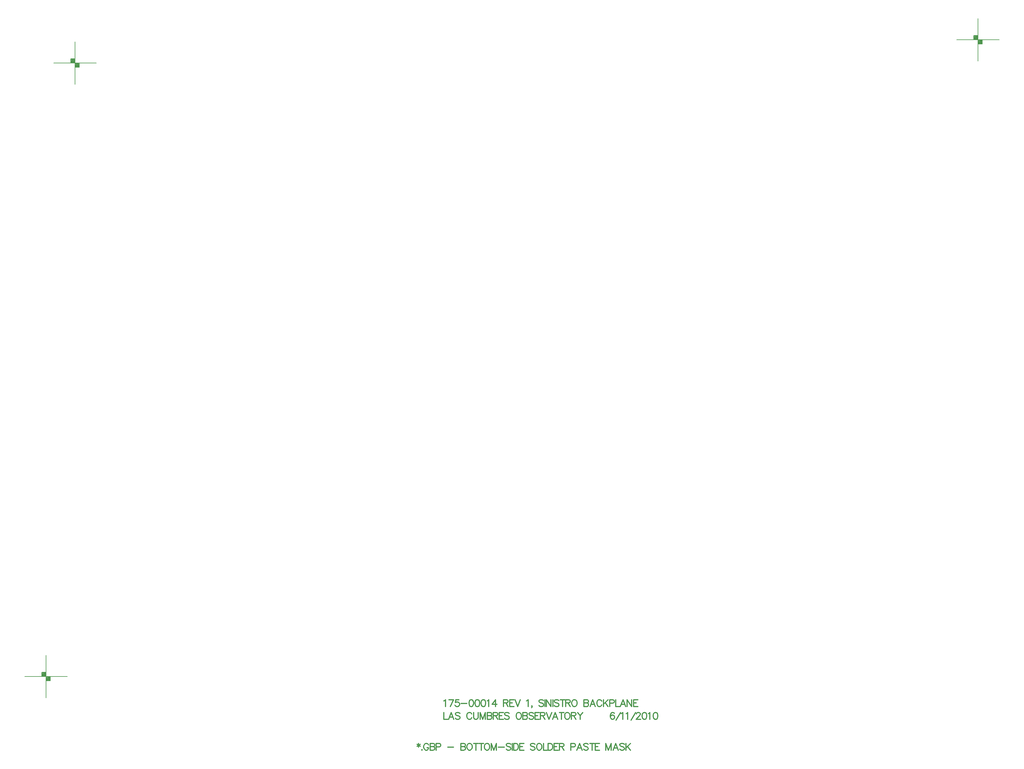
<source format=gbp>
%FSLAX23Y23*%
%MOIN*%
G70*
G01*
G75*
G04 Layer_Color=128*
%ADD10R,0.050X0.050*%
%ADD11R,0.078X0.048*%
%ADD12R,0.050X0.050*%
%ADD13R,0.135X0.070*%
%ADD14R,0.037X0.035*%
%ADD15R,0.037X0.035*%
%ADD16R,0.100X0.100*%
%ADD17R,0.067X0.067*%
%ADD18O,0.028X0.018*%
%ADD19O,0.098X0.028*%
%ADD20R,0.094X0.130*%
%ADD21R,0.709X0.020*%
%ADD22R,0.016X0.085*%
%ADD23R,0.070X0.135*%
%ADD24C,0.030*%
%ADD25C,0.010*%
%ADD26C,0.020*%
%ADD27C,0.012*%
%ADD28C,0.008*%
%ADD29C,0.012*%
%ADD30C,0.012*%
%ADD31C,0.059*%
%ADD32R,0.059X0.059*%
%ADD33C,0.055*%
%ADD34C,0.134*%
%ADD35C,0.050*%
G04:AMPARAMS|DCode=36|XSize=90mil|YSize=110mil|CornerRadius=0mil|HoleSize=0mil|Usage=FLASHONLY|Rotation=162.000|XOffset=0mil|YOffset=0mil|HoleType=Round|Shape=Round|*
%AMOVALD36*
21,1,0.020,0.090,0.000,0.000,252.0*
1,1,0.090,0.003,0.010*
1,1,0.090,-0.003,-0.010*
%
%ADD36OVALD36*%

G04:AMPARAMS|DCode=37|XSize=90mil|YSize=110mil|CornerRadius=0mil|HoleSize=0mil|Usage=FLASHONLY|Rotation=144.000|XOffset=0mil|YOffset=0mil|HoleType=Round|Shape=Round|*
%AMOVALD37*
21,1,0.020,0.090,0.000,0.000,234.0*
1,1,0.090,0.006,0.008*
1,1,0.090,-0.006,-0.008*
%
%ADD37OVALD37*%

G04:AMPARAMS|DCode=38|XSize=90mil|YSize=110mil|CornerRadius=0mil|HoleSize=0mil|Usage=FLASHONLY|Rotation=126.000|XOffset=0mil|YOffset=0mil|HoleType=Round|Shape=Round|*
%AMOVALD38*
21,1,0.020,0.090,0.000,0.000,216.0*
1,1,0.090,0.008,0.006*
1,1,0.090,-0.008,-0.006*
%
%ADD38OVALD38*%

G04:AMPARAMS|DCode=39|XSize=90mil|YSize=110mil|CornerRadius=0mil|HoleSize=0mil|Usage=FLASHONLY|Rotation=108.000|XOffset=0mil|YOffset=0mil|HoleType=Round|Shape=Round|*
%AMOVALD39*
21,1,0.020,0.090,0.000,0.000,198.0*
1,1,0.090,0.010,0.003*
1,1,0.090,-0.010,-0.003*
%
%ADD39OVALD39*%

%ADD40O,0.110X0.090*%
G04:AMPARAMS|DCode=41|XSize=90mil|YSize=110mil|CornerRadius=0mil|HoleSize=0mil|Usage=FLASHONLY|Rotation=72.000|XOffset=0mil|YOffset=0mil|HoleType=Round|Shape=Round|*
%AMOVALD41*
21,1,0.020,0.090,0.000,0.000,162.0*
1,1,0.090,0.010,-0.003*
1,1,0.090,-0.010,0.003*
%
%ADD41OVALD41*%

G04:AMPARAMS|DCode=42|XSize=90mil|YSize=110mil|CornerRadius=0mil|HoleSize=0mil|Usage=FLASHONLY|Rotation=54.000|XOffset=0mil|YOffset=0mil|HoleType=Round|Shape=Round|*
%AMOVALD42*
21,1,0.020,0.090,0.000,0.000,144.0*
1,1,0.090,0.008,-0.006*
1,1,0.090,-0.008,0.006*
%
%ADD42OVALD42*%

G04:AMPARAMS|DCode=43|XSize=90mil|YSize=110mil|CornerRadius=0mil|HoleSize=0mil|Usage=FLASHONLY|Rotation=36.000|XOffset=0mil|YOffset=0mil|HoleType=Round|Shape=Round|*
%AMOVALD43*
21,1,0.020,0.090,0.000,0.000,126.0*
1,1,0.090,0.006,-0.008*
1,1,0.090,-0.006,0.008*
%
%ADD43OVALD43*%

G04:AMPARAMS|DCode=44|XSize=90mil|YSize=110mil|CornerRadius=0mil|HoleSize=0mil|Usage=FLASHONLY|Rotation=18.000|XOffset=0mil|YOffset=0mil|HoleType=Round|Shape=Round|*
%AMOVALD44*
21,1,0.020,0.090,0.000,0.000,108.0*
1,1,0.090,0.003,-0.010*
1,1,0.090,-0.003,0.010*
%
%ADD44OVALD44*%

%ADD45O,0.090X0.110*%
G04:AMPARAMS|DCode=46|XSize=90mil|YSize=110mil|CornerRadius=0mil|HoleSize=0mil|Usage=FLASHONLY|Rotation=152.304|XOffset=0mil|YOffset=0mil|HoleType=Round|Shape=Round|*
%AMOVALD46*
21,1,0.020,0.090,0.000,0.000,242.3*
1,1,0.090,0.005,0.009*
1,1,0.090,-0.005,-0.009*
%
%ADD46OVALD46*%

G04:AMPARAMS|DCode=47|XSize=90mil|YSize=110mil|CornerRadius=0mil|HoleSize=0mil|Usage=FLASHONLY|Rotation=124.612|XOffset=0mil|YOffset=0mil|HoleType=Round|Shape=Round|*
%AMOVALD47*
21,1,0.020,0.090,0.000,0.000,214.6*
1,1,0.090,0.008,0.006*
1,1,0.090,-0.008,-0.006*
%
%ADD47OVALD47*%

G04:AMPARAMS|DCode=48|XSize=90mil|YSize=110mil|CornerRadius=0mil|HoleSize=0mil|Usage=FLASHONLY|Rotation=96.920|XOffset=0mil|YOffset=0mil|HoleType=Round|Shape=Round|*
%AMOVALD48*
21,1,0.020,0.090,0.000,0.000,186.9*
1,1,0.090,0.010,0.001*
1,1,0.090,-0.010,-0.001*
%
%ADD48OVALD48*%

G04:AMPARAMS|DCode=49|XSize=90mil|YSize=110mil|CornerRadius=0mil|HoleSize=0mil|Usage=FLASHONLY|Rotation=69.228|XOffset=0mil|YOffset=0mil|HoleType=Round|Shape=Round|*
%AMOVALD49*
21,1,0.020,0.090,0.000,0.000,159.2*
1,1,0.090,0.009,-0.004*
1,1,0.090,-0.009,0.004*
%
%ADD49OVALD49*%

G04:AMPARAMS|DCode=50|XSize=90mil|YSize=110mil|CornerRadius=0mil|HoleSize=0mil|Usage=FLASHONLY|Rotation=41.536|XOffset=0mil|YOffset=0mil|HoleType=Round|Shape=Round|*
%AMOVALD50*
21,1,0.020,0.090,0.000,0.000,131.5*
1,1,0.090,0.007,-0.007*
1,1,0.090,-0.007,0.007*
%
%ADD50OVALD50*%

G04:AMPARAMS|DCode=51|XSize=90mil|YSize=110mil|CornerRadius=0mil|HoleSize=0mil|Usage=FLASHONLY|Rotation=13.844|XOffset=0mil|YOffset=0mil|HoleType=Round|Shape=Round|*
%AMOVALD51*
21,1,0.020,0.090,0.000,0.000,103.8*
1,1,0.090,0.002,-0.010*
1,1,0.090,-0.002,0.010*
%
%ADD51OVALD51*%

G04:AMPARAMS|DCode=52|XSize=90mil|YSize=110mil|CornerRadius=0mil|HoleSize=0mil|Usage=FLASHONLY|Rotation=346.152|XOffset=0mil|YOffset=0mil|HoleType=Round|Shape=Round|*
%AMOVALD52*
21,1,0.020,0.090,0.000,0.000,76.2*
1,1,0.090,-0.002,-0.010*
1,1,0.090,0.002,0.010*
%
%ADD52OVALD52*%

G04:AMPARAMS|DCode=53|XSize=90mil|YSize=110mil|CornerRadius=0mil|HoleSize=0mil|Usage=FLASHONLY|Rotation=318.460|XOffset=0mil|YOffset=0mil|HoleType=Round|Shape=Round|*
%AMOVALD53*
21,1,0.020,0.090,0.000,0.000,48.5*
1,1,0.090,-0.007,-0.007*
1,1,0.090,0.007,0.007*
%
%ADD53OVALD53*%

G04:AMPARAMS|DCode=54|XSize=90mil|YSize=110mil|CornerRadius=0mil|HoleSize=0mil|Usage=FLASHONLY|Rotation=290.768|XOffset=0mil|YOffset=0mil|HoleType=Round|Shape=Round|*
%AMOVALD54*
21,1,0.020,0.090,0.000,0.000,20.8*
1,1,0.090,-0.009,-0.004*
1,1,0.090,0.009,0.004*
%
%ADD54OVALD54*%

G04:AMPARAMS|DCode=55|XSize=90mil|YSize=110mil|CornerRadius=0mil|HoleSize=0mil|Usage=FLASHONLY|Rotation=263.076|XOffset=0mil|YOffset=0mil|HoleType=Round|Shape=Round|*
%AMOVALD55*
21,1,0.020,0.090,0.000,0.000,353.1*
1,1,0.090,-0.010,0.001*
1,1,0.090,0.010,-0.001*
%
%ADD55OVALD55*%

G04:AMPARAMS|DCode=56|XSize=90mil|YSize=110mil|CornerRadius=0mil|HoleSize=0mil|Usage=FLASHONLY|Rotation=235.384|XOffset=0mil|YOffset=0mil|HoleType=Round|Shape=Round|*
%AMOVALD56*
21,1,0.020,0.090,0.000,0.000,325.4*
1,1,0.090,-0.008,0.006*
1,1,0.090,0.008,-0.006*
%
%ADD56OVALD56*%

G04:AMPARAMS|DCode=57|XSize=90mil|YSize=110mil|CornerRadius=0mil|HoleSize=0mil|Usage=FLASHONLY|Rotation=207.692|XOffset=0mil|YOffset=0mil|HoleType=Round|Shape=Round|*
%AMOVALD57*
21,1,0.020,0.090,0.000,0.000,297.7*
1,1,0.090,-0.005,0.009*
1,1,0.090,0.005,-0.009*
%
%ADD57OVALD57*%

G04:AMPARAMS|DCode=58|XSize=90mil|YSize=110mil|CornerRadius=0mil|HoleSize=0mil|Usage=FLASHONLY|Rotation=128.568|XOffset=0mil|YOffset=0mil|HoleType=Round|Shape=Round|*
%AMOVALD58*
21,1,0.020,0.090,0.000,0.000,218.6*
1,1,0.090,0.008,0.006*
1,1,0.090,-0.008,-0.006*
%
%ADD58OVALD58*%

G04:AMPARAMS|DCode=59|XSize=90mil|YSize=110mil|CornerRadius=0mil|HoleSize=0mil|Usage=FLASHONLY|Rotation=77.140|XOffset=0mil|YOffset=0mil|HoleType=Round|Shape=Round|*
%AMOVALD59*
21,1,0.020,0.090,0.000,0.000,167.1*
1,1,0.090,0.010,-0.002*
1,1,0.090,-0.010,0.002*
%
%ADD59OVALD59*%

G04:AMPARAMS|DCode=60|XSize=90mil|YSize=110mil|CornerRadius=0mil|HoleSize=0mil|Usage=FLASHONLY|Rotation=25.712|XOffset=0mil|YOffset=0mil|HoleType=Round|Shape=Round|*
%AMOVALD60*
21,1,0.020,0.090,0.000,0.000,115.7*
1,1,0.090,0.004,-0.009*
1,1,0.090,-0.004,0.009*
%
%ADD60OVALD60*%

G04:AMPARAMS|DCode=61|XSize=90mil|YSize=110mil|CornerRadius=0mil|HoleSize=0mil|Usage=FLASHONLY|Rotation=334.284|XOffset=0mil|YOffset=0mil|HoleType=Round|Shape=Round|*
%AMOVALD61*
21,1,0.020,0.090,0.000,0.000,64.3*
1,1,0.090,-0.004,-0.009*
1,1,0.090,0.004,0.009*
%
%ADD61OVALD61*%

G04:AMPARAMS|DCode=62|XSize=90mil|YSize=110mil|CornerRadius=0mil|HoleSize=0mil|Usage=FLASHONLY|Rotation=282.856|XOffset=0mil|YOffset=0mil|HoleType=Round|Shape=Round|*
%AMOVALD62*
21,1,0.020,0.090,0.000,0.000,12.9*
1,1,0.090,-0.010,-0.002*
1,1,0.090,0.010,0.002*
%
%ADD62OVALD62*%

G04:AMPARAMS|DCode=63|XSize=90mil|YSize=110mil|CornerRadius=0mil|HoleSize=0mil|Usage=FLASHONLY|Rotation=231.428|XOffset=0mil|YOffset=0mil|HoleType=Round|Shape=Round|*
%AMOVALD63*
21,1,0.020,0.090,0.000,0.000,321.4*
1,1,0.090,-0.008,0.006*
1,1,0.090,0.008,-0.006*
%
%ADD63OVALD63*%

%ADD64C,0.024*%
%ADD65C,0.028*%
%ADD66C,0.040*%
%ADD67C,0.075*%
%ADD68C,0.068*%
G04:AMPARAMS|DCode=69|XSize=87.559mil|YSize=87.559mil|CornerRadius=0mil|HoleSize=0mil|Usage=FLASHONLY|Rotation=0.000|XOffset=0mil|YOffset=0mil|HoleType=Round|Shape=Relief|Width=10mil|Gap=10mil|Entries=4|*
%AMTHD69*
7,0,0,0.088,0.068,0.010,45*
%
%ADD69THD69*%
%ADD70C,0.073*%
G04:AMPARAMS|DCode=71|XSize=93.465mil|YSize=93.465mil|CornerRadius=0mil|HoleSize=0mil|Usage=FLASHONLY|Rotation=0.000|XOffset=0mil|YOffset=0mil|HoleType=Round|Shape=Relief|Width=10mil|Gap=10mil|Entries=4|*
%AMTHD71*
7,0,0,0.093,0.073,0.010,45*
%
%ADD71THD71*%
G04:AMPARAMS|DCode=72|XSize=95.433mil|YSize=95.433mil|CornerRadius=0mil|HoleSize=0mil|Usage=FLASHONLY|Rotation=0.000|XOffset=0mil|YOffset=0mil|HoleType=Round|Shape=Relief|Width=10mil|Gap=10mil|Entries=4|*
%AMTHD72*
7,0,0,0.095,0.075,0.010,45*
%
%ADD72THD72*%
%ADD73C,0.071*%
%ADD74C,0.174*%
%ADD75C,0.065*%
G04:AMPARAMS|DCode=76|XSize=85mil|YSize=85mil|CornerRadius=0mil|HoleSize=0mil|Usage=FLASHONLY|Rotation=0.000|XOffset=0mil|YOffset=0mil|HoleType=Round|Shape=Relief|Width=10mil|Gap=10mil|Entries=4|*
%AMTHD76*
7,0,0,0.085,0.065,0.010,45*
%
%ADD76THD76*%
%ADD77C,0.110*%
G04:AMPARAMS|DCode=78|XSize=130mil|YSize=130mil|CornerRadius=0mil|HoleSize=0mil|Usage=FLASHONLY|Rotation=0.000|XOffset=0mil|YOffset=0mil|HoleType=Round|Shape=Relief|Width=10mil|Gap=10mil|Entries=4|*
%AMTHD78*
7,0,0,0.130,0.110,0.010,45*
%
%ADD78THD78*%
%ADD79C,0.053*%
G04:AMPARAMS|DCode=80|XSize=70mil|YSize=70mil|CornerRadius=0mil|HoleSize=0mil|Usage=FLASHONLY|Rotation=0.000|XOffset=0mil|YOffset=0mil|HoleType=Round|Shape=Relief|Width=10mil|Gap=10mil|Entries=4|*
%AMTHD80*
7,0,0,0.070,0.050,0.010,45*
%
%ADD80THD80*%
G04:AMPARAMS|DCode=81|XSize=73mil|YSize=73mil|CornerRadius=0mil|HoleSize=0mil|Usage=FLASHONLY|Rotation=0.000|XOffset=0mil|YOffset=0mil|HoleType=Round|Shape=Relief|Width=10mil|Gap=10mil|Entries=4|*
%AMTHD81*
7,0,0,0.073,0.053,0.010,45*
%
%ADD81THD81*%
%ADD82C,0.010*%
%ADD83C,0.010*%
%ADD84C,0.006*%
%ADD85C,0.007*%
%ADD86C,0.008*%
%ADD87R,1.096X0.079*%
%ADD88R,1.496X0.079*%
%ADD89R,0.257X0.178*%
%ADD90R,0.058X0.058*%
%ADD91R,0.086X0.056*%
%ADD92R,0.058X0.058*%
%ADD93R,0.143X0.078*%
%ADD94R,0.045X0.043*%
%ADD95R,0.045X0.043*%
%ADD96R,0.108X0.108*%
%ADD97R,0.075X0.075*%
%ADD98O,0.036X0.026*%
%ADD99O,0.106X0.036*%
%ADD100R,0.102X0.138*%
%ADD101R,0.717X0.028*%
%ADD102R,0.024X0.093*%
%ADD103R,0.078X0.143*%
%ADD104C,0.067*%
%ADD105R,0.067X0.067*%
%ADD106C,0.063*%
%ADD107C,0.142*%
G04:AMPARAMS|DCode=108|XSize=98mil|YSize=118mil|CornerRadius=0mil|HoleSize=0mil|Usage=FLASHONLY|Rotation=162.000|XOffset=0mil|YOffset=0mil|HoleType=Round|Shape=Round|*
%AMOVALD108*
21,1,0.020,0.098,0.000,0.000,252.0*
1,1,0.098,0.003,0.010*
1,1,0.098,-0.003,-0.010*
%
%ADD108OVALD108*%

G04:AMPARAMS|DCode=109|XSize=98mil|YSize=118mil|CornerRadius=0mil|HoleSize=0mil|Usage=FLASHONLY|Rotation=144.000|XOffset=0mil|YOffset=0mil|HoleType=Round|Shape=Round|*
%AMOVALD109*
21,1,0.020,0.098,0.000,0.000,234.0*
1,1,0.098,0.006,0.008*
1,1,0.098,-0.006,-0.008*
%
%ADD109OVALD109*%

G04:AMPARAMS|DCode=110|XSize=98mil|YSize=118mil|CornerRadius=0mil|HoleSize=0mil|Usage=FLASHONLY|Rotation=126.000|XOffset=0mil|YOffset=0mil|HoleType=Round|Shape=Round|*
%AMOVALD110*
21,1,0.020,0.098,0.000,0.000,216.0*
1,1,0.098,0.008,0.006*
1,1,0.098,-0.008,-0.006*
%
%ADD110OVALD110*%

G04:AMPARAMS|DCode=111|XSize=98mil|YSize=118mil|CornerRadius=0mil|HoleSize=0mil|Usage=FLASHONLY|Rotation=108.000|XOffset=0mil|YOffset=0mil|HoleType=Round|Shape=Round|*
%AMOVALD111*
21,1,0.020,0.098,0.000,0.000,198.0*
1,1,0.098,0.010,0.003*
1,1,0.098,-0.010,-0.003*
%
%ADD111OVALD111*%

%ADD112O,0.118X0.098*%
G04:AMPARAMS|DCode=113|XSize=98mil|YSize=118mil|CornerRadius=0mil|HoleSize=0mil|Usage=FLASHONLY|Rotation=72.000|XOffset=0mil|YOffset=0mil|HoleType=Round|Shape=Round|*
%AMOVALD113*
21,1,0.020,0.098,0.000,0.000,162.0*
1,1,0.098,0.010,-0.003*
1,1,0.098,-0.010,0.003*
%
%ADD113OVALD113*%

G04:AMPARAMS|DCode=114|XSize=98mil|YSize=118mil|CornerRadius=0mil|HoleSize=0mil|Usage=FLASHONLY|Rotation=54.000|XOffset=0mil|YOffset=0mil|HoleType=Round|Shape=Round|*
%AMOVALD114*
21,1,0.020,0.098,0.000,0.000,144.0*
1,1,0.098,0.008,-0.006*
1,1,0.098,-0.008,0.006*
%
%ADD114OVALD114*%

G04:AMPARAMS|DCode=115|XSize=98mil|YSize=118mil|CornerRadius=0mil|HoleSize=0mil|Usage=FLASHONLY|Rotation=36.000|XOffset=0mil|YOffset=0mil|HoleType=Round|Shape=Round|*
%AMOVALD115*
21,1,0.020,0.098,0.000,0.000,126.0*
1,1,0.098,0.006,-0.008*
1,1,0.098,-0.006,0.008*
%
%ADD115OVALD115*%

G04:AMPARAMS|DCode=116|XSize=98mil|YSize=118mil|CornerRadius=0mil|HoleSize=0mil|Usage=FLASHONLY|Rotation=18.000|XOffset=0mil|YOffset=0mil|HoleType=Round|Shape=Round|*
%AMOVALD116*
21,1,0.020,0.098,0.000,0.000,108.0*
1,1,0.098,0.003,-0.010*
1,1,0.098,-0.003,0.010*
%
%ADD116OVALD116*%

%ADD117O,0.098X0.118*%
G04:AMPARAMS|DCode=118|XSize=98mil|YSize=118mil|CornerRadius=0mil|HoleSize=0mil|Usage=FLASHONLY|Rotation=152.304|XOffset=0mil|YOffset=0mil|HoleType=Round|Shape=Round|*
%AMOVALD118*
21,1,0.020,0.098,0.000,0.000,242.3*
1,1,0.098,0.005,0.009*
1,1,0.098,-0.005,-0.009*
%
%ADD118OVALD118*%

G04:AMPARAMS|DCode=119|XSize=98mil|YSize=118mil|CornerRadius=0mil|HoleSize=0mil|Usage=FLASHONLY|Rotation=124.612|XOffset=0mil|YOffset=0mil|HoleType=Round|Shape=Round|*
%AMOVALD119*
21,1,0.020,0.098,0.000,0.000,214.6*
1,1,0.098,0.008,0.006*
1,1,0.098,-0.008,-0.006*
%
%ADD119OVALD119*%

G04:AMPARAMS|DCode=120|XSize=98mil|YSize=118mil|CornerRadius=0mil|HoleSize=0mil|Usage=FLASHONLY|Rotation=96.920|XOffset=0mil|YOffset=0mil|HoleType=Round|Shape=Round|*
%AMOVALD120*
21,1,0.020,0.098,0.000,0.000,186.9*
1,1,0.098,0.010,0.001*
1,1,0.098,-0.010,-0.001*
%
%ADD120OVALD120*%

G04:AMPARAMS|DCode=121|XSize=98mil|YSize=118mil|CornerRadius=0mil|HoleSize=0mil|Usage=FLASHONLY|Rotation=69.228|XOffset=0mil|YOffset=0mil|HoleType=Round|Shape=Round|*
%AMOVALD121*
21,1,0.020,0.098,0.000,0.000,159.2*
1,1,0.098,0.009,-0.004*
1,1,0.098,-0.009,0.004*
%
%ADD121OVALD121*%

G04:AMPARAMS|DCode=122|XSize=98mil|YSize=118mil|CornerRadius=0mil|HoleSize=0mil|Usage=FLASHONLY|Rotation=41.536|XOffset=0mil|YOffset=0mil|HoleType=Round|Shape=Round|*
%AMOVALD122*
21,1,0.020,0.098,0.000,0.000,131.5*
1,1,0.098,0.007,-0.007*
1,1,0.098,-0.007,0.007*
%
%ADD122OVALD122*%

G04:AMPARAMS|DCode=123|XSize=98mil|YSize=118mil|CornerRadius=0mil|HoleSize=0mil|Usage=FLASHONLY|Rotation=13.844|XOffset=0mil|YOffset=0mil|HoleType=Round|Shape=Round|*
%AMOVALD123*
21,1,0.020,0.098,0.000,0.000,103.8*
1,1,0.098,0.002,-0.010*
1,1,0.098,-0.002,0.010*
%
%ADD123OVALD123*%

G04:AMPARAMS|DCode=124|XSize=98mil|YSize=118mil|CornerRadius=0mil|HoleSize=0mil|Usage=FLASHONLY|Rotation=346.152|XOffset=0mil|YOffset=0mil|HoleType=Round|Shape=Round|*
%AMOVALD124*
21,1,0.020,0.098,0.000,0.000,76.2*
1,1,0.098,-0.002,-0.010*
1,1,0.098,0.002,0.010*
%
%ADD124OVALD124*%

G04:AMPARAMS|DCode=125|XSize=98mil|YSize=118mil|CornerRadius=0mil|HoleSize=0mil|Usage=FLASHONLY|Rotation=318.460|XOffset=0mil|YOffset=0mil|HoleType=Round|Shape=Round|*
%AMOVALD125*
21,1,0.020,0.098,0.000,0.000,48.5*
1,1,0.098,-0.007,-0.007*
1,1,0.098,0.007,0.007*
%
%ADD125OVALD125*%

G04:AMPARAMS|DCode=126|XSize=98mil|YSize=118mil|CornerRadius=0mil|HoleSize=0mil|Usage=FLASHONLY|Rotation=290.768|XOffset=0mil|YOffset=0mil|HoleType=Round|Shape=Round|*
%AMOVALD126*
21,1,0.020,0.098,0.000,0.000,20.8*
1,1,0.098,-0.009,-0.004*
1,1,0.098,0.009,0.004*
%
%ADD126OVALD126*%

G04:AMPARAMS|DCode=127|XSize=98mil|YSize=118mil|CornerRadius=0mil|HoleSize=0mil|Usage=FLASHONLY|Rotation=263.076|XOffset=0mil|YOffset=0mil|HoleType=Round|Shape=Round|*
%AMOVALD127*
21,1,0.020,0.098,0.000,0.000,353.1*
1,1,0.098,-0.010,0.001*
1,1,0.098,0.010,-0.001*
%
%ADD127OVALD127*%

G04:AMPARAMS|DCode=128|XSize=98mil|YSize=118mil|CornerRadius=0mil|HoleSize=0mil|Usage=FLASHONLY|Rotation=235.384|XOffset=0mil|YOffset=0mil|HoleType=Round|Shape=Round|*
%AMOVALD128*
21,1,0.020,0.098,0.000,0.000,325.4*
1,1,0.098,-0.008,0.006*
1,1,0.098,0.008,-0.006*
%
%ADD128OVALD128*%

G04:AMPARAMS|DCode=129|XSize=98mil|YSize=118mil|CornerRadius=0mil|HoleSize=0mil|Usage=FLASHONLY|Rotation=207.692|XOffset=0mil|YOffset=0mil|HoleType=Round|Shape=Round|*
%AMOVALD129*
21,1,0.020,0.098,0.000,0.000,297.7*
1,1,0.098,-0.005,0.009*
1,1,0.098,0.005,-0.009*
%
%ADD129OVALD129*%

G04:AMPARAMS|DCode=130|XSize=98mil|YSize=118mil|CornerRadius=0mil|HoleSize=0mil|Usage=FLASHONLY|Rotation=128.568|XOffset=0mil|YOffset=0mil|HoleType=Round|Shape=Round|*
%AMOVALD130*
21,1,0.020,0.098,0.000,0.000,218.6*
1,1,0.098,0.008,0.006*
1,1,0.098,-0.008,-0.006*
%
%ADD130OVALD130*%

G04:AMPARAMS|DCode=131|XSize=98mil|YSize=118mil|CornerRadius=0mil|HoleSize=0mil|Usage=FLASHONLY|Rotation=77.140|XOffset=0mil|YOffset=0mil|HoleType=Round|Shape=Round|*
%AMOVALD131*
21,1,0.020,0.098,0.000,0.000,167.1*
1,1,0.098,0.010,-0.002*
1,1,0.098,-0.010,0.002*
%
%ADD131OVALD131*%

G04:AMPARAMS|DCode=132|XSize=98mil|YSize=118mil|CornerRadius=0mil|HoleSize=0mil|Usage=FLASHONLY|Rotation=25.712|XOffset=0mil|YOffset=0mil|HoleType=Round|Shape=Round|*
%AMOVALD132*
21,1,0.020,0.098,0.000,0.000,115.7*
1,1,0.098,0.004,-0.009*
1,1,0.098,-0.004,0.009*
%
%ADD132OVALD132*%

G04:AMPARAMS|DCode=133|XSize=98mil|YSize=118mil|CornerRadius=0mil|HoleSize=0mil|Usage=FLASHONLY|Rotation=334.284|XOffset=0mil|YOffset=0mil|HoleType=Round|Shape=Round|*
%AMOVALD133*
21,1,0.020,0.098,0.000,0.000,64.3*
1,1,0.098,-0.004,-0.009*
1,1,0.098,0.004,0.009*
%
%ADD133OVALD133*%

G04:AMPARAMS|DCode=134|XSize=98mil|YSize=118mil|CornerRadius=0mil|HoleSize=0mil|Usage=FLASHONLY|Rotation=282.856|XOffset=0mil|YOffset=0mil|HoleType=Round|Shape=Round|*
%AMOVALD134*
21,1,0.020,0.098,0.000,0.000,12.9*
1,1,0.098,-0.010,-0.002*
1,1,0.098,0.010,0.002*
%
%ADD134OVALD134*%

G04:AMPARAMS|DCode=135|XSize=98mil|YSize=118mil|CornerRadius=0mil|HoleSize=0mil|Usage=FLASHONLY|Rotation=231.428|XOffset=0mil|YOffset=0mil|HoleType=Round|Shape=Round|*
%AMOVALD135*
21,1,0.020,0.098,0.000,0.000,321.4*
1,1,0.098,-0.008,0.006*
1,1,0.098,0.008,-0.006*
%
%ADD135OVALD135*%

%ADD136C,0.032*%
%ADD137C,0.036*%
D28*
X9940Y16958D02*
X9950D01*
X9940Y16953D02*
Y16963D01*
Y16953D02*
X9950Y16953D01*
X9950Y16963D01*
X9940D02*
X9950D01*
X9935Y16948D02*
Y16963D01*
Y16948D02*
X9955D01*
Y16968D01*
X9935Y16968D02*
X9955Y16968D01*
X9930Y16943D02*
Y16968D01*
Y16943D02*
X9960D01*
Y16973D01*
X9930D02*
X9960D01*
X9925Y16938D02*
Y16978D01*
Y16938D02*
X9965D01*
Y16978D01*
X9925D02*
X9965D01*
X9990Y16908D02*
X10000D01*
X9990Y16903D02*
X9990Y16913D01*
X9990Y16903D02*
X10000D01*
Y16913D01*
X9990Y16913D02*
X10000Y16913D01*
X9985Y16898D02*
Y16913D01*
Y16898D02*
X10005Y16898D01*
X10005Y16918D02*
X10005Y16898D01*
X9985Y16918D02*
X10005D01*
X9980Y16893D02*
Y16918D01*
Y16893D02*
X10010D01*
Y16923D01*
X9980D02*
X10010D01*
X9975Y16888D02*
Y16928D01*
Y16888D02*
X10015D01*
Y16928D01*
X9975D02*
X10015D01*
X9970Y16883D02*
X10020Y16883D01*
X10020Y16933D02*
X10020Y16883D01*
X9920Y16983D02*
X9970Y16983D01*
X9920Y16983D02*
X9920Y16933D01*
X9970Y16683D02*
Y17183D01*
X9720Y16933D02*
X10220D01*
X20535Y17232D02*
X20545D01*
X20535Y17227D02*
Y17237D01*
Y17227D02*
X20545Y17227D01*
X20545Y17237D01*
X20535D02*
X20545D01*
X20530Y17222D02*
Y17237D01*
Y17222D02*
X20550D01*
Y17242D01*
X20530Y17242D02*
X20550Y17242D01*
X20525Y17217D02*
Y17242D01*
Y17217D02*
X20555D01*
Y17247D01*
X20525D02*
X20555D01*
X20520Y17212D02*
Y17252D01*
Y17212D02*
X20560D01*
Y17252D01*
X20520D02*
X20560D01*
X20585Y17182D02*
X20595D01*
X20585Y17177D02*
X20585Y17187D01*
X20585Y17177D02*
X20595D01*
Y17187D01*
X20585Y17187D02*
X20595Y17187D01*
X20580Y17172D02*
Y17187D01*
Y17172D02*
X20600Y17172D01*
X20600Y17192D02*
X20600Y17172D01*
X20580Y17192D02*
X20600D01*
X20575Y17167D02*
Y17192D01*
Y17167D02*
X20605D01*
Y17197D01*
X20575D02*
X20605D01*
X20570Y17162D02*
Y17202D01*
Y17162D02*
X20610D01*
Y17202D01*
X20570D02*
X20610D01*
X20565Y17157D02*
X20615Y17157D01*
X20615Y17207D02*
X20615Y17157D01*
X20515Y17257D02*
X20565Y17257D01*
X20515Y17257D02*
X20515Y17207D01*
X20565Y16957D02*
Y17457D01*
X20315Y17207D02*
X20815D01*
X9601Y9751D02*
X9611D01*
X9601Y9746D02*
Y9756D01*
Y9746D02*
X9611Y9746D01*
X9611Y9756D01*
X9601D02*
X9611D01*
X9596Y9741D02*
Y9756D01*
Y9741D02*
X9616D01*
Y9761D01*
X9596Y9761D02*
X9616Y9761D01*
X9591Y9736D02*
Y9761D01*
Y9736D02*
X9621D01*
Y9766D01*
X9591D02*
X9621D01*
X9586Y9731D02*
Y9771D01*
Y9731D02*
X9626D01*
Y9771D01*
X9586D02*
X9626D01*
X9651Y9701D02*
X9661D01*
X9651Y9696D02*
X9651Y9706D01*
X9651Y9696D02*
X9661D01*
Y9706D01*
X9651Y9706D02*
X9661Y9706D01*
X9646Y9691D02*
Y9706D01*
Y9691D02*
X9666Y9691D01*
X9666Y9711D02*
X9666Y9691D01*
X9646Y9711D02*
X9666D01*
X9641Y9686D02*
Y9711D01*
Y9686D02*
X9671D01*
Y9716D01*
X9641D02*
X9671D01*
X9636Y9681D02*
Y9721D01*
Y9681D02*
X9676D01*
Y9721D01*
X9636D02*
X9676D01*
X9631Y9676D02*
X9681Y9676D01*
X9681Y9726D02*
X9681Y9676D01*
X9581Y9776D02*
X9631Y9776D01*
X9581Y9776D02*
X9581Y9726D01*
X9631Y9476D02*
Y9976D01*
X9381Y9726D02*
X9881D01*
D29*
X14002Y8942D02*
Y8896D01*
X13983Y8930D02*
X14021Y8907D01*
Y8930D02*
X13983Y8907D01*
X14041Y8869D02*
X14037Y8866D01*
X14041Y8862D01*
X14045Y8866D01*
X14041Y8869D01*
X14119Y8923D02*
X14115Y8930D01*
X14108Y8938D01*
X14100Y8942D01*
X14085D01*
X14077Y8938D01*
X14070Y8930D01*
X14066Y8923D01*
X14062Y8911D01*
Y8892D01*
X14066Y8881D01*
X14070Y8873D01*
X14077Y8866D01*
X14085Y8862D01*
X14100D01*
X14108Y8866D01*
X14115Y8873D01*
X14119Y8881D01*
Y8892D01*
X14100D02*
X14119D01*
X14138Y8942D02*
Y8862D01*
Y8942D02*
X14172D01*
X14183Y8938D01*
X14187Y8934D01*
X14191Y8926D01*
Y8919D01*
X14187Y8911D01*
X14183Y8907D01*
X14172Y8904D01*
X14138D02*
X14172D01*
X14183Y8900D01*
X14187Y8896D01*
X14191Y8888D01*
Y8877D01*
X14187Y8869D01*
X14183Y8866D01*
X14172Y8862D01*
X14138D01*
X14209Y8900D02*
X14243D01*
X14254Y8904D01*
X14258Y8907D01*
X14262Y8915D01*
Y8926D01*
X14258Y8934D01*
X14254Y8938D01*
X14243Y8942D01*
X14209D01*
Y8862D01*
X14343Y8896D02*
X14411D01*
X14498Y8942D02*
Y8862D01*
Y8942D02*
X14532D01*
X14544Y8938D01*
X14547Y8934D01*
X14551Y8926D01*
Y8919D01*
X14547Y8911D01*
X14544Y8907D01*
X14532Y8904D01*
X14498D02*
X14532D01*
X14544Y8900D01*
X14547Y8896D01*
X14551Y8888D01*
Y8877D01*
X14547Y8869D01*
X14544Y8866D01*
X14532Y8862D01*
X14498D01*
X14592Y8942D02*
X14584Y8938D01*
X14577Y8930D01*
X14573Y8923D01*
X14569Y8911D01*
Y8892D01*
X14573Y8881D01*
X14577Y8873D01*
X14584Y8866D01*
X14592Y8862D01*
X14607D01*
X14615Y8866D01*
X14622Y8873D01*
X14626Y8881D01*
X14630Y8892D01*
Y8911D01*
X14626Y8923D01*
X14622Y8930D01*
X14615Y8938D01*
X14607Y8942D01*
X14592D01*
X14675D02*
Y8862D01*
X14649Y8942D02*
X14702D01*
X14738D02*
Y8862D01*
X14712Y8942D02*
X14765D01*
X14797D02*
X14790Y8938D01*
X14782Y8930D01*
X14778Y8923D01*
X14774Y8911D01*
Y8892D01*
X14778Y8881D01*
X14782Y8873D01*
X14790Y8866D01*
X14797Y8862D01*
X14812D01*
X14820Y8866D01*
X14828Y8873D01*
X14832Y8881D01*
X14835Y8892D01*
Y8911D01*
X14832Y8923D01*
X14828Y8930D01*
X14820Y8938D01*
X14812Y8942D01*
X14797D01*
X14854D02*
Y8862D01*
Y8942D02*
X14884Y8862D01*
X14915Y8942D02*
X14884Y8862D01*
X14915Y8942D02*
Y8862D01*
X14938Y8896D02*
X15006D01*
X15083Y8930D02*
X15076Y8938D01*
X15064Y8942D01*
X15049D01*
X15038Y8938D01*
X15030Y8930D01*
Y8923D01*
X15034Y8915D01*
X15038Y8911D01*
X15045Y8907D01*
X15068Y8900D01*
X15076Y8896D01*
X15079Y8892D01*
X15083Y8885D01*
Y8873D01*
X15076Y8866D01*
X15064Y8862D01*
X15049D01*
X15038Y8866D01*
X15030Y8873D01*
X15101Y8942D02*
Y8862D01*
X15118Y8942D02*
Y8862D01*
Y8942D02*
X15145D01*
X15156Y8938D01*
X15164Y8930D01*
X15167Y8923D01*
X15171Y8911D01*
Y8892D01*
X15167Y8881D01*
X15164Y8873D01*
X15156Y8866D01*
X15145Y8862D01*
X15118D01*
X15239Y8942D02*
X15189D01*
Y8862D01*
X15239D01*
X15189Y8904D02*
X15220D01*
X15368Y8930D02*
X15361Y8938D01*
X15349Y8942D01*
X15334D01*
X15322Y8938D01*
X15315Y8930D01*
Y8923D01*
X15319Y8915D01*
X15322Y8911D01*
X15330Y8907D01*
X15353Y8900D01*
X15361Y8896D01*
X15364Y8892D01*
X15368Y8885D01*
Y8873D01*
X15361Y8866D01*
X15349Y8862D01*
X15334D01*
X15322Y8866D01*
X15315Y8873D01*
X15409Y8942D02*
X15401Y8938D01*
X15394Y8930D01*
X15390Y8923D01*
X15386Y8911D01*
Y8892D01*
X15390Y8881D01*
X15394Y8873D01*
X15401Y8866D01*
X15409Y8862D01*
X15424D01*
X15432Y8866D01*
X15439Y8873D01*
X15443Y8881D01*
X15447Y8892D01*
Y8911D01*
X15443Y8923D01*
X15439Y8930D01*
X15432Y8938D01*
X15424Y8942D01*
X15409D01*
X15466D02*
Y8862D01*
X15511D01*
X15520Y8942D02*
Y8862D01*
Y8942D02*
X15547D01*
X15558Y8938D01*
X15566Y8930D01*
X15570Y8923D01*
X15573Y8911D01*
Y8892D01*
X15570Y8881D01*
X15566Y8873D01*
X15558Y8866D01*
X15547Y8862D01*
X15520D01*
X15641Y8942D02*
X15591D01*
Y8862D01*
X15641D01*
X15591Y8904D02*
X15622D01*
X15654Y8942D02*
Y8862D01*
Y8942D02*
X15688D01*
X15700Y8938D01*
X15704Y8934D01*
X15708Y8926D01*
Y8919D01*
X15704Y8911D01*
X15700Y8907D01*
X15688Y8904D01*
X15654D01*
X15681D02*
X15708Y8862D01*
X15788Y8900D02*
X15823D01*
X15834Y8904D01*
X15838Y8907D01*
X15842Y8915D01*
Y8926D01*
X15838Y8934D01*
X15834Y8938D01*
X15823Y8942D01*
X15788D01*
Y8862D01*
X15920D02*
X15890Y8942D01*
X15859Y8862D01*
X15871Y8888D02*
X15909D01*
X15992Y8930D02*
X15985Y8938D01*
X15973Y8942D01*
X15958D01*
X15947Y8938D01*
X15939Y8930D01*
Y8923D01*
X15943Y8915D01*
X15947Y8911D01*
X15954Y8907D01*
X15977Y8900D01*
X15985Y8896D01*
X15989Y8892D01*
X15992Y8885D01*
Y8873D01*
X15985Y8866D01*
X15973Y8862D01*
X15958D01*
X15947Y8866D01*
X15939Y8873D01*
X16037Y8942D02*
Y8862D01*
X16010Y8942D02*
X16064D01*
X16123D02*
X16073D01*
Y8862D01*
X16123D01*
X16073Y8904D02*
X16104D01*
X16199Y8942D02*
Y8862D01*
Y8942D02*
X16229Y8862D01*
X16260Y8942D02*
X16229Y8862D01*
X16260Y8942D02*
Y8862D01*
X16344D02*
X16313Y8942D01*
X16283Y8862D01*
X16294Y8888D02*
X16332D01*
X16416Y8930D02*
X16408Y8938D01*
X16397Y8942D01*
X16381D01*
X16370Y8938D01*
X16362Y8930D01*
Y8923D01*
X16366Y8915D01*
X16370Y8911D01*
X16377Y8907D01*
X16400Y8900D01*
X16408Y8896D01*
X16412Y8892D01*
X16416Y8885D01*
Y8873D01*
X16408Y8866D01*
X16397Y8862D01*
X16381D01*
X16370Y8866D01*
X16362Y8873D01*
X16433Y8942D02*
Y8862D01*
X16487Y8942D02*
X16433Y8888D01*
X16452Y8907D02*
X16487Y8862D01*
X14299Y9440D02*
X14307Y9444D01*
X14318Y9455D01*
Y9375D01*
X14411Y9455D02*
X14373Y9375D01*
X14358Y9455D02*
X14411D01*
X14475D02*
X14437D01*
X14433Y9421D01*
X14437Y9425D01*
X14448Y9429D01*
X14460D01*
X14471Y9425D01*
X14479Y9417D01*
X14483Y9406D01*
Y9398D01*
X14479Y9387D01*
X14471Y9379D01*
X14460Y9375D01*
X14448D01*
X14437Y9379D01*
X14433Y9383D01*
X14429Y9391D01*
X14501Y9410D02*
X14569D01*
X14616Y9455D02*
X14604Y9452D01*
X14597Y9440D01*
X14593Y9421D01*
Y9410D01*
X14597Y9391D01*
X14604Y9379D01*
X14616Y9375D01*
X14623D01*
X14635Y9379D01*
X14642Y9391D01*
X14646Y9410D01*
Y9421D01*
X14642Y9440D01*
X14635Y9452D01*
X14623Y9455D01*
X14616D01*
X14687D02*
X14675Y9452D01*
X14668Y9440D01*
X14664Y9421D01*
Y9410D01*
X14668Y9391D01*
X14675Y9379D01*
X14687Y9375D01*
X14694D01*
X14706Y9379D01*
X14713Y9391D01*
X14717Y9410D01*
Y9421D01*
X14713Y9440D01*
X14706Y9452D01*
X14694Y9455D01*
X14687D01*
X14758D02*
X14747Y9452D01*
X14739Y9440D01*
X14735Y9421D01*
Y9410D01*
X14739Y9391D01*
X14747Y9379D01*
X14758Y9375D01*
X14766D01*
X14777Y9379D01*
X14785Y9391D01*
X14788Y9410D01*
Y9421D01*
X14785Y9440D01*
X14777Y9452D01*
X14766Y9455D01*
X14758D01*
X14806Y9440D02*
X14814Y9444D01*
X14825Y9455D01*
Y9375D01*
X14903Y9455D02*
X14865Y9402D01*
X14922D01*
X14903Y9455D02*
Y9375D01*
X14999Y9455D02*
Y9375D01*
Y9455D02*
X15033D01*
X15045Y9452D01*
X15049Y9448D01*
X15052Y9440D01*
Y9433D01*
X15049Y9425D01*
X15045Y9421D01*
X15033Y9417D01*
X14999D01*
X15026D02*
X15052Y9375D01*
X15120Y9455D02*
X15070D01*
Y9375D01*
X15120D01*
X15070Y9417D02*
X15101D01*
X15133Y9455D02*
X15164Y9375D01*
X15194Y9455D02*
X15164Y9375D01*
X15267Y9440D02*
X15275Y9444D01*
X15286Y9455D01*
Y9375D01*
X15333Y9379D02*
X15330Y9375D01*
X15326Y9379D01*
X15330Y9383D01*
X15333Y9379D01*
Y9372D01*
X15330Y9364D01*
X15326Y9360D01*
X15467Y9444D02*
X15460Y9452D01*
X15448Y9455D01*
X15433D01*
X15421Y9452D01*
X15414Y9444D01*
Y9436D01*
X15418Y9429D01*
X15421Y9425D01*
X15429Y9421D01*
X15452Y9414D01*
X15460Y9410D01*
X15463Y9406D01*
X15467Y9398D01*
Y9387D01*
X15460Y9379D01*
X15448Y9375D01*
X15433D01*
X15421Y9379D01*
X15414Y9387D01*
X15485Y9455D02*
Y9375D01*
X15502Y9455D02*
Y9375D01*
Y9455D02*
X15555Y9375D01*
Y9455D02*
Y9375D01*
X15577Y9455D02*
Y9375D01*
X15647Y9444D02*
X15640Y9452D01*
X15628Y9455D01*
X15613D01*
X15602Y9452D01*
X15594Y9444D01*
Y9436D01*
X15598Y9429D01*
X15602Y9425D01*
X15609Y9421D01*
X15632Y9414D01*
X15640Y9410D01*
X15644Y9406D01*
X15647Y9398D01*
Y9387D01*
X15640Y9379D01*
X15628Y9375D01*
X15613D01*
X15602Y9379D01*
X15594Y9387D01*
X15692Y9455D02*
Y9375D01*
X15665Y9455D02*
X15719D01*
X15728D02*
Y9375D01*
Y9455D02*
X15762D01*
X15774Y9452D01*
X15778Y9448D01*
X15781Y9440D01*
Y9433D01*
X15778Y9425D01*
X15774Y9421D01*
X15762Y9417D01*
X15728D01*
X15755D02*
X15781Y9375D01*
X15822Y9455D02*
X15815Y9452D01*
X15807Y9444D01*
X15803Y9436D01*
X15799Y9425D01*
Y9406D01*
X15803Y9395D01*
X15807Y9387D01*
X15815Y9379D01*
X15822Y9375D01*
X15837D01*
X15845Y9379D01*
X15853Y9387D01*
X15856Y9395D01*
X15860Y9406D01*
Y9425D01*
X15856Y9436D01*
X15853Y9444D01*
X15845Y9452D01*
X15837Y9455D01*
X15822D01*
X15942D02*
Y9375D01*
Y9455D02*
X15976D01*
X15987Y9452D01*
X15991Y9448D01*
X15995Y9440D01*
Y9433D01*
X15991Y9425D01*
X15987Y9421D01*
X15976Y9417D01*
X15942D02*
X15976D01*
X15987Y9414D01*
X15991Y9410D01*
X15995Y9402D01*
Y9391D01*
X15991Y9383D01*
X15987Y9379D01*
X15976Y9375D01*
X15942D01*
X16074D02*
X16043Y9455D01*
X16013Y9375D01*
X16024Y9402D02*
X16062D01*
X16150Y9436D02*
X16146Y9444D01*
X16138Y9452D01*
X16131Y9455D01*
X16115D01*
X16108Y9452D01*
X16100Y9444D01*
X16096Y9436D01*
X16093Y9425D01*
Y9406D01*
X16096Y9395D01*
X16100Y9387D01*
X16108Y9379D01*
X16115Y9375D01*
X16131D01*
X16138Y9379D01*
X16146Y9387D01*
X16150Y9395D01*
X16172Y9455D02*
Y9375D01*
X16225Y9455D02*
X16172Y9402D01*
X16191Y9421D02*
X16225Y9375D01*
X16243Y9414D02*
X16278D01*
X16289Y9417D01*
X16293Y9421D01*
X16297Y9429D01*
Y9440D01*
X16293Y9448D01*
X16289Y9452D01*
X16278Y9455D01*
X16243D01*
Y9375D01*
X16315Y9455D02*
Y9375D01*
X16360D01*
X16430D02*
X16400Y9455D01*
X16369Y9375D01*
X16381Y9402D02*
X16419D01*
X16449Y9455D02*
Y9375D01*
Y9455D02*
X16502Y9375D01*
Y9455D02*
Y9375D01*
X16574Y9455D02*
X16524D01*
Y9375D01*
X16574D01*
X16524Y9417D02*
X16555D01*
D30*
X14299Y9305D02*
Y9225D01*
X14345D01*
X14415D02*
X14384Y9305D01*
X14354Y9225D01*
X14365Y9252D02*
X14403D01*
X14487Y9294D02*
X14479Y9302D01*
X14468Y9305D01*
X14453D01*
X14441Y9302D01*
X14433Y9294D01*
Y9286D01*
X14437Y9279D01*
X14441Y9275D01*
X14449Y9271D01*
X14472Y9264D01*
X14479Y9260D01*
X14483Y9256D01*
X14487Y9248D01*
Y9237D01*
X14479Y9229D01*
X14468Y9225D01*
X14453D01*
X14441Y9229D01*
X14433Y9237D01*
X14625Y9286D02*
X14621Y9294D01*
X14613Y9302D01*
X14606Y9305D01*
X14590D01*
X14583Y9302D01*
X14575Y9294D01*
X14571Y9286D01*
X14568Y9275D01*
Y9256D01*
X14571Y9244D01*
X14575Y9237D01*
X14583Y9229D01*
X14590Y9225D01*
X14606D01*
X14613Y9229D01*
X14621Y9237D01*
X14625Y9244D01*
X14647Y9305D02*
Y9248D01*
X14651Y9237D01*
X14659Y9229D01*
X14670Y9225D01*
X14678D01*
X14689Y9229D01*
X14697Y9237D01*
X14700Y9248D01*
Y9305D01*
X14723D02*
Y9225D01*
Y9305D02*
X14753Y9225D01*
X14784Y9305D02*
X14753Y9225D01*
X14784Y9305D02*
Y9225D01*
X14806Y9305D02*
Y9225D01*
Y9305D02*
X14841D01*
X14852Y9302D01*
X14856Y9298D01*
X14860Y9290D01*
Y9283D01*
X14856Y9275D01*
X14852Y9271D01*
X14841Y9267D01*
X14806D02*
X14841D01*
X14852Y9264D01*
X14856Y9260D01*
X14860Y9252D01*
Y9241D01*
X14856Y9233D01*
X14852Y9229D01*
X14841Y9225D01*
X14806D01*
X14878Y9305D02*
Y9225D01*
Y9305D02*
X14912D01*
X14923Y9302D01*
X14927Y9298D01*
X14931Y9290D01*
Y9283D01*
X14927Y9275D01*
X14923Y9271D01*
X14912Y9267D01*
X14878D01*
X14904D02*
X14931Y9225D01*
X14998Y9305D02*
X14949D01*
Y9225D01*
X14998D01*
X14949Y9267D02*
X14979D01*
X15065Y9294D02*
X15057Y9302D01*
X15046Y9305D01*
X15031D01*
X15019Y9302D01*
X15012Y9294D01*
Y9286D01*
X15015Y9279D01*
X15019Y9275D01*
X15027Y9271D01*
X15050Y9264D01*
X15057Y9260D01*
X15061Y9256D01*
X15065Y9248D01*
Y9237D01*
X15057Y9229D01*
X15046Y9225D01*
X15031D01*
X15019Y9229D01*
X15012Y9237D01*
X15169Y9305D02*
X15161Y9302D01*
X15153Y9294D01*
X15150Y9286D01*
X15146Y9275D01*
Y9256D01*
X15150Y9244D01*
X15153Y9237D01*
X15161Y9229D01*
X15169Y9225D01*
X15184D01*
X15191Y9229D01*
X15199Y9237D01*
X15203Y9244D01*
X15207Y9256D01*
Y9275D01*
X15203Y9286D01*
X15199Y9294D01*
X15191Y9302D01*
X15184Y9305D01*
X15169D01*
X15225D02*
Y9225D01*
Y9305D02*
X15260D01*
X15271Y9302D01*
X15275Y9298D01*
X15279Y9290D01*
Y9283D01*
X15275Y9275D01*
X15271Y9271D01*
X15260Y9267D01*
X15225D02*
X15260D01*
X15271Y9264D01*
X15275Y9260D01*
X15279Y9252D01*
Y9241D01*
X15275Y9233D01*
X15271Y9229D01*
X15260Y9225D01*
X15225D01*
X15350Y9294D02*
X15342Y9302D01*
X15331Y9305D01*
X15316D01*
X15304Y9302D01*
X15297Y9294D01*
Y9286D01*
X15300Y9279D01*
X15304Y9275D01*
X15312Y9271D01*
X15335Y9264D01*
X15342Y9260D01*
X15346Y9256D01*
X15350Y9248D01*
Y9237D01*
X15342Y9229D01*
X15331Y9225D01*
X15316D01*
X15304Y9229D01*
X15297Y9237D01*
X15417Y9305D02*
X15368D01*
Y9225D01*
X15417D01*
X15368Y9267D02*
X15398D01*
X15431Y9305D02*
Y9225D01*
Y9305D02*
X15465D01*
X15476Y9302D01*
X15480Y9298D01*
X15484Y9290D01*
Y9283D01*
X15480Y9275D01*
X15476Y9271D01*
X15465Y9267D01*
X15431D01*
X15457D02*
X15484Y9225D01*
X15502Y9305D02*
X15532Y9225D01*
X15563Y9305D02*
X15532Y9225D01*
X15634D02*
X15604Y9305D01*
X15573Y9225D01*
X15584Y9252D02*
X15623D01*
X15679Y9305D02*
Y9225D01*
X15653Y9305D02*
X15706D01*
X15738D02*
X15731Y9302D01*
X15723Y9294D01*
X15719Y9286D01*
X15716Y9275D01*
Y9256D01*
X15719Y9244D01*
X15723Y9237D01*
X15731Y9229D01*
X15738Y9225D01*
X15754D01*
X15761Y9229D01*
X15769Y9237D01*
X15773Y9244D01*
X15776Y9256D01*
Y9275D01*
X15773Y9286D01*
X15769Y9294D01*
X15761Y9302D01*
X15754Y9305D01*
X15738D01*
X15795D02*
Y9225D01*
Y9305D02*
X15829D01*
X15841Y9302D01*
X15845Y9298D01*
X15848Y9290D01*
Y9283D01*
X15845Y9275D01*
X15841Y9271D01*
X15829Y9267D01*
X15795D01*
X15822D02*
X15848Y9225D01*
X15866Y9305D02*
X15897Y9267D01*
Y9225D01*
X15927Y9305D02*
X15897Y9267D01*
X16297Y9294D02*
X16294Y9302D01*
X16282Y9305D01*
X16275D01*
X16263Y9302D01*
X16256Y9290D01*
X16252Y9271D01*
Y9252D01*
X16256Y9237D01*
X16263Y9229D01*
X16275Y9225D01*
X16278D01*
X16290Y9229D01*
X16297Y9237D01*
X16301Y9248D01*
Y9252D01*
X16297Y9264D01*
X16290Y9271D01*
X16278Y9275D01*
X16275D01*
X16263Y9271D01*
X16256Y9264D01*
X16252Y9252D01*
X16319Y9214D02*
X16372Y9305D01*
X16377Y9290D02*
X16385Y9294D01*
X16397Y9305D01*
Y9225D01*
X16436Y9290D02*
X16444Y9294D01*
X16455Y9305D01*
Y9225D01*
X16495Y9214D02*
X16548Y9305D01*
X16557Y9286D02*
Y9290D01*
X16561Y9298D01*
X16565Y9302D01*
X16572Y9305D01*
X16588D01*
X16595Y9302D01*
X16599Y9298D01*
X16603Y9290D01*
Y9283D01*
X16599Y9275D01*
X16592Y9264D01*
X16553Y9225D01*
X16607D01*
X16647Y9305D02*
X16636Y9302D01*
X16628Y9290D01*
X16625Y9271D01*
Y9260D01*
X16628Y9241D01*
X16636Y9229D01*
X16647Y9225D01*
X16655D01*
X16667Y9229D01*
X16674Y9241D01*
X16678Y9260D01*
Y9271D01*
X16674Y9290D01*
X16667Y9302D01*
X16655Y9305D01*
X16647D01*
X16696Y9290D02*
X16703Y9294D01*
X16715Y9305D01*
Y9225D01*
X16777Y9305D02*
X16766Y9302D01*
X16758Y9290D01*
X16755Y9271D01*
Y9260D01*
X16758Y9241D01*
X16766Y9229D01*
X16777Y9225D01*
X16785D01*
X16796Y9229D01*
X16804Y9241D01*
X16808Y9260D01*
Y9271D01*
X16804Y9290D01*
X16796Y9302D01*
X16785Y9305D01*
X16777D01*
M02*

</source>
